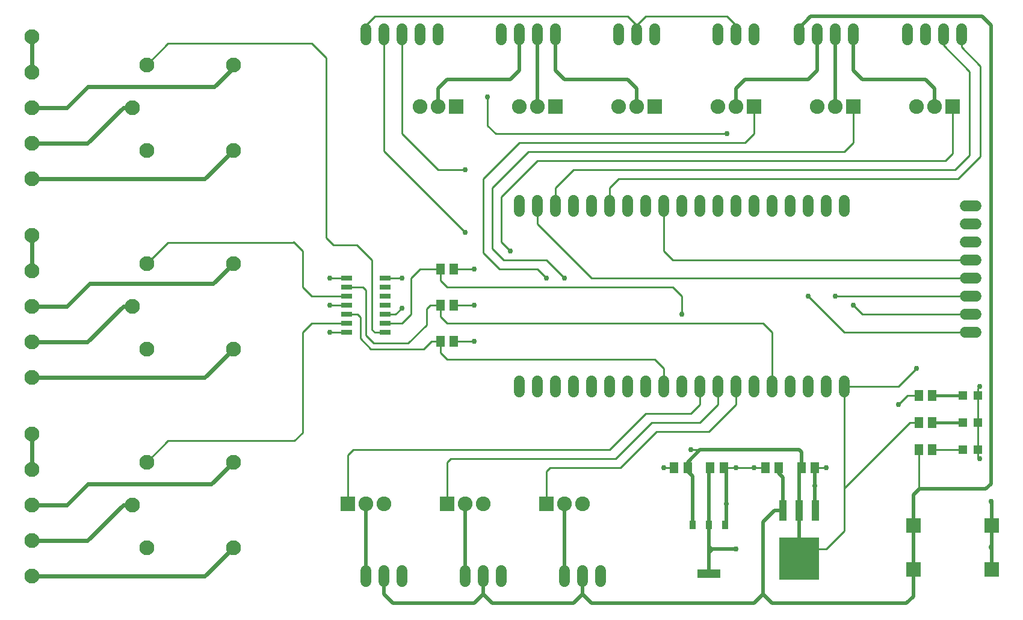
<source format=gbr>
G04 EAGLE Gerber RS-274X export*
G75*
%MOMM*%
%FSLAX34Y34*%
%LPD*%
%INTop Copper*%
%IPPOS*%
%AMOC8*
5,1,8,0,0,1.08239X$1,22.5*%
G01*
%ADD10R,1.300000X1.500000*%
%ADD11R,0.950000X1.250000*%
%ADD12R,3.200000X1.250000*%
%ADD13R,1.000000X2.850000*%
%ADD14R,5.550000X5.950000*%
%ADD15R,1.550000X0.700000*%
%ADD16C,2.100000*%
%ADD17R,2.000000X2.000000*%
%ADD18C,1.524000*%
%ADD19R,1.200000X1.200000*%
%ADD20R,2.070000X2.070000*%
%ADD21C,2.070000*%
%ADD22R,1.300000X1.600000*%
%ADD23C,0.508000*%
%ADD24C,0.254000*%
%ADD25C,0.756400*%
%ADD26C,0.609600*%
%ADD27C,0.406400*%


D10*
X1114400Y203200D03*
X1095400Y203200D03*
X1146200Y203200D03*
X1165200Y203200D03*
X986130Y203200D03*
X967130Y203200D03*
X1017930Y203200D03*
X1036930Y203200D03*
D11*
X1039000Y122900D03*
X1016000Y122900D03*
X993000Y122900D03*
D12*
X1016000Y54900D03*
D13*
X1165900Y143100D03*
X1143000Y143100D03*
X1120100Y143100D03*
D14*
X1143000Y75600D03*
D15*
X506150Y469900D03*
X506150Y457200D03*
X506150Y444500D03*
X506150Y431800D03*
X506150Y419100D03*
X506150Y406400D03*
X506150Y393700D03*
X560650Y393700D03*
X560650Y406400D03*
X560650Y419100D03*
X560650Y431800D03*
X560650Y444500D03*
X560650Y457200D03*
X560650Y469900D03*
D16*
X63500Y330200D03*
X63500Y380200D03*
X63500Y430200D03*
X63500Y480200D03*
X63500Y530200D03*
X63500Y50800D03*
X63500Y100800D03*
X63500Y150800D03*
X63500Y200800D03*
X63500Y250800D03*
X63500Y609600D03*
X63500Y659600D03*
X63500Y709600D03*
X63500Y759600D03*
X63500Y809600D03*
D17*
X1303900Y60690D03*
X1303900Y122190D03*
X1413900Y60690D03*
X1413900Y122190D03*
D18*
X723900Y805180D02*
X723900Y820420D01*
X749300Y820420D02*
X749300Y805180D01*
X774700Y805180D02*
X774700Y820420D01*
X800100Y820420D02*
X800100Y805180D01*
X1143000Y805180D02*
X1143000Y820420D01*
X1168400Y820420D02*
X1168400Y805180D01*
X1193800Y805180D02*
X1193800Y820420D01*
X1219200Y820420D02*
X1219200Y805180D01*
X533400Y58420D02*
X533400Y43180D01*
X558800Y43180D02*
X558800Y58420D01*
X584200Y58420D02*
X584200Y43180D01*
X673100Y43180D02*
X673100Y58420D01*
X698500Y58420D02*
X698500Y43180D01*
X723900Y43180D02*
X723900Y58420D01*
X812800Y58420D02*
X812800Y43180D01*
X838200Y43180D02*
X838200Y58420D01*
X863600Y58420D02*
X863600Y43180D01*
X749300Y309880D02*
X749300Y325120D01*
X774700Y325120D02*
X774700Y309880D01*
X800100Y309880D02*
X800100Y325120D01*
X825500Y325120D02*
X825500Y309880D01*
X850900Y309880D02*
X850900Y325120D01*
X876300Y325120D02*
X876300Y309880D01*
X901700Y309880D02*
X901700Y325120D01*
X927100Y325120D02*
X927100Y309880D01*
X952500Y309880D02*
X952500Y325120D01*
X977900Y325120D02*
X977900Y309880D01*
X1003300Y309880D02*
X1003300Y325120D01*
X1028700Y325120D02*
X1028700Y309880D01*
X1054100Y309880D02*
X1054100Y325120D01*
X1079500Y325120D02*
X1079500Y309880D01*
X1104900Y309880D02*
X1104900Y325120D01*
X1130300Y325120D02*
X1130300Y309880D01*
X1155700Y309880D02*
X1155700Y325120D01*
X1181100Y325120D02*
X1181100Y309880D01*
X1206500Y309880D02*
X1206500Y325120D01*
X749300Y563880D02*
X749300Y579120D01*
X774700Y579120D02*
X774700Y563880D01*
X800100Y563880D02*
X800100Y579120D01*
X825500Y579120D02*
X825500Y563880D01*
X850900Y563880D02*
X850900Y579120D01*
X876300Y579120D02*
X876300Y563880D01*
X901700Y563880D02*
X901700Y579120D01*
X927100Y579120D02*
X927100Y563880D01*
X952500Y563880D02*
X952500Y579120D01*
X977900Y579120D02*
X977900Y563880D01*
X1003300Y563880D02*
X1003300Y579120D01*
X1028700Y579120D02*
X1028700Y563880D01*
X1054100Y563880D02*
X1054100Y579120D01*
X1079500Y579120D02*
X1079500Y563880D01*
X1104900Y563880D02*
X1104900Y579120D01*
X1130300Y579120D02*
X1130300Y563880D01*
X1155700Y563880D02*
X1155700Y579120D01*
X1181100Y579120D02*
X1181100Y563880D01*
X1206500Y563880D02*
X1206500Y579120D01*
X1376680Y393700D02*
X1391920Y393700D01*
X1391920Y419100D02*
X1376680Y419100D01*
X1376680Y444500D02*
X1391920Y444500D01*
X1391920Y469900D02*
X1376680Y469900D01*
X1376680Y495300D02*
X1391920Y495300D01*
X1391920Y520700D02*
X1376680Y520700D01*
X1376680Y546100D02*
X1391920Y546100D01*
X1391920Y571500D02*
X1376680Y571500D01*
D16*
X347000Y490600D03*
X225000Y490600D03*
X205000Y430600D03*
X225000Y370600D03*
X347000Y370600D03*
X347000Y211200D03*
X225000Y211200D03*
X205000Y151200D03*
X225000Y91200D03*
X347000Y91200D03*
X347000Y770000D03*
X225000Y770000D03*
X205000Y710000D03*
X225000Y650000D03*
X347000Y650000D03*
D19*
X1394800Y304800D03*
X1373800Y304800D03*
X1394800Y266700D03*
X1373800Y266700D03*
D20*
X1079500Y711200D03*
D21*
X1054100Y711200D03*
X1028700Y711200D03*
D20*
X1219200Y711200D03*
D21*
X1193800Y711200D03*
X1168400Y711200D03*
D20*
X1358900Y711200D03*
D21*
X1333500Y711200D03*
X1308100Y711200D03*
D20*
X660400Y711200D03*
D21*
X635000Y711200D03*
X609600Y711200D03*
D20*
X800100Y711200D03*
D21*
X774700Y711200D03*
X749300Y711200D03*
D20*
X939800Y711200D03*
D21*
X914400Y711200D03*
X889000Y711200D03*
D20*
X508000Y152400D03*
D21*
X533400Y152400D03*
X558800Y152400D03*
D20*
X647700Y152400D03*
D21*
X673100Y152400D03*
X698500Y152400D03*
D20*
X787400Y152400D03*
D21*
X812800Y152400D03*
X838200Y152400D03*
D22*
X1311300Y304800D03*
X1330300Y304800D03*
X1311300Y266700D03*
X1330300Y266700D03*
X657200Y482600D03*
X638200Y482600D03*
X657200Y381000D03*
X638200Y381000D03*
X657200Y431800D03*
X638200Y431800D03*
D18*
X889000Y805180D02*
X889000Y820420D01*
X914400Y820420D02*
X914400Y805180D01*
X939800Y805180D02*
X939800Y820420D01*
X1028700Y820420D02*
X1028700Y805180D01*
X1054100Y805180D02*
X1054100Y820420D01*
X1079500Y820420D02*
X1079500Y805180D01*
X635000Y805180D02*
X635000Y820420D01*
X609600Y820420D02*
X609600Y805180D01*
X584200Y805180D02*
X584200Y820420D01*
X558800Y820420D02*
X558800Y805180D01*
X533400Y805180D02*
X533400Y820420D01*
X1295400Y820420D02*
X1295400Y805180D01*
X1320800Y805180D02*
X1320800Y820420D01*
X1346200Y820420D02*
X1346200Y805180D01*
X1371600Y805180D02*
X1371600Y820420D01*
D22*
X1311300Y228600D03*
X1330300Y228600D03*
D19*
X1394800Y228600D03*
X1373800Y228600D03*
D23*
X1146200Y203200D02*
X1143000Y200000D01*
X1143000Y143100D01*
X986130Y198350D02*
X986130Y203200D01*
X993000Y191480D02*
X993000Y122900D01*
X993000Y191480D02*
X986130Y198350D01*
X1143000Y143100D02*
X1143000Y88900D01*
X1143000Y75600D01*
X1146200Y203200D02*
X1146200Y225400D01*
X986130Y211430D02*
X986130Y203200D01*
X1143000Y228600D02*
X1146200Y225400D01*
X1143000Y228600D02*
X1003300Y228600D01*
X986130Y211430D01*
D24*
X584200Y469900D02*
X560650Y469900D01*
D25*
X584200Y469900D03*
X990600Y228600D03*
D24*
X1003300Y228600D01*
X1143000Y88900D02*
X1181100Y88900D01*
X1206500Y114300D01*
X1206500Y174600D02*
X1206500Y317500D01*
X1206500Y174600D02*
X1206500Y114300D01*
X1206500Y317500D02*
X1282700Y317500D01*
X1308100Y342900D01*
D25*
X1308100Y342900D03*
D24*
X1311300Y266700D02*
X1298600Y266700D01*
X1206500Y174600D01*
D23*
X1165200Y177800D02*
X1165200Y203200D01*
X1165200Y143800D02*
X1165900Y143100D01*
X1040740Y199390D02*
X1036930Y203200D01*
X1040740Y199390D02*
X1040740Y152400D01*
X1040740Y124640D01*
X1039000Y122900D01*
X1413900Y91050D02*
X1413900Y60690D01*
X1413900Y91050D02*
X1413510Y91440D01*
D25*
X1413510Y91440D03*
D23*
X1413900Y91050D02*
X1413900Y122190D01*
X1413900Y155820D01*
X1413510Y156210D01*
D25*
X1413510Y156210D03*
D24*
X685800Y381000D02*
X657200Y381000D01*
D25*
X685800Y381000D03*
D24*
X685800Y431800D02*
X657200Y431800D01*
D25*
X685800Y431800D03*
D24*
X685800Y482600D02*
X657200Y482600D01*
D25*
X685800Y482600D03*
D24*
X506150Y469900D02*
X482600Y469900D01*
D25*
X482600Y469900D03*
D24*
X482600Y393700D02*
X506150Y393700D01*
D25*
X482600Y393700D03*
D24*
X482600Y431800D02*
X506150Y431800D01*
D25*
X482600Y431800D03*
D24*
X560650Y419100D02*
X575310Y419100D01*
X584200Y427990D01*
D25*
X584200Y427990D03*
D24*
X952500Y203200D02*
X967130Y203200D01*
D25*
X952500Y203200D03*
D24*
X1054100Y203200D02*
X1079500Y203200D01*
X1095400Y203200D01*
D25*
X1079500Y203200D03*
D24*
X1165200Y203200D02*
X1181100Y203200D01*
D25*
X1181100Y203200D03*
X1040740Y152400D03*
X1165200Y177800D03*
D23*
X1165200Y143800D01*
D24*
X1394800Y218100D02*
X1394800Y228600D01*
X1394800Y218100D02*
X1397000Y215900D01*
D25*
X1397000Y215900D03*
D24*
X1394800Y228600D02*
X1394800Y266700D01*
X1394800Y304800D01*
X1394800Y315300D01*
X1397000Y317500D01*
D25*
X1397000Y317500D03*
D24*
X1054100Y203200D02*
X1036930Y203200D01*
D25*
X1054100Y203200D03*
D24*
X800100Y571500D02*
X800100Y596900D01*
X1362710Y622300D02*
X1383030Y642620D01*
X1383030Y760730D02*
X1346200Y797560D01*
X1346200Y812800D01*
X825500Y622300D02*
X800100Y596900D01*
X825500Y622300D02*
X1362710Y622300D01*
X1383030Y642620D02*
X1383030Y760730D01*
X889000Y609600D02*
X876300Y596900D01*
X889000Y609600D02*
X1366520Y609600D01*
X1398270Y768350D02*
X1371600Y795020D01*
X1371600Y812800D01*
X876300Y596900D02*
X876300Y571500D01*
X1366520Y609600D02*
X1398270Y641350D01*
X1398270Y768350D01*
X1358900Y711200D02*
X1358900Y645160D01*
X1348740Y635000D01*
X736600Y508000D02*
X723900Y520700D01*
D25*
X736600Y508000D03*
D24*
X774700Y635000D02*
X1348740Y635000D01*
X774700Y635000D02*
X723900Y584200D01*
X723900Y520700D01*
X1079500Y673100D02*
X1079500Y711200D01*
X1079500Y673100D02*
X1066800Y660400D01*
X749300Y660400D02*
X698500Y609600D01*
X698500Y505460D01*
X721360Y482600D01*
X774700Y482600D02*
X787400Y469900D01*
D25*
X787400Y469900D03*
D24*
X749300Y660400D02*
X1066800Y660400D01*
X774700Y482600D02*
X721360Y482600D01*
X1219200Y660400D02*
X1219200Y711200D01*
X1219200Y660400D02*
X1206500Y647700D01*
X762000Y647700D01*
X711200Y596900D01*
X711200Y511810D02*
X727710Y495300D01*
X787400Y495300D01*
X812800Y469900D01*
D25*
X812800Y469900D03*
D24*
X711200Y511810D02*
X711200Y596900D01*
D25*
X1041400Y673100D03*
D24*
X716280Y673100D02*
X704850Y684530D01*
X704850Y725170D01*
X716280Y673100D02*
X1041400Y673100D01*
D25*
X704850Y725170D03*
X673100Y534670D03*
D24*
X558800Y648970D02*
X558800Y812800D01*
X558800Y648970D02*
X673100Y534670D01*
X1054100Y317500D02*
X1054100Y292100D01*
X1016000Y254000D01*
X942340Y254000D02*
X891540Y203200D01*
X792480Y203200D01*
X787400Y198120D01*
X787400Y152400D01*
X942340Y254000D02*
X1016000Y254000D01*
X1028700Y292100D02*
X1028700Y317500D01*
X1028700Y292100D02*
X1003300Y266700D01*
X935990Y266700D02*
X885190Y215900D01*
X652780Y215900D02*
X647700Y210820D01*
X647700Y152400D01*
X935990Y266700D02*
X1003300Y266700D01*
X885190Y215900D02*
X652780Y215900D01*
X1003300Y292100D02*
X1003300Y317500D01*
X1003300Y292100D02*
X990600Y279400D01*
X927100Y279400D01*
X876300Y228600D01*
X515620Y228600D01*
X508000Y220980D01*
X508000Y152400D01*
X624230Y431800D02*
X638200Y431800D01*
X624230Y431800D02*
X619150Y426720D01*
X619150Y404520D01*
X593090Y378460D01*
X544830Y378460D01*
X533400Y389890D01*
X533400Y453390D01*
X529590Y457200D01*
X506150Y457200D01*
X638200Y431800D02*
X638200Y415900D01*
X647700Y406400D01*
X1092200Y406400D02*
X1104900Y393700D01*
X1104900Y317500D01*
X1092200Y406400D02*
X647700Y406400D01*
X638200Y381000D02*
X625500Y381000D01*
X615086Y370586D01*
X540607Y370586D01*
X525584Y414867D02*
X521351Y419100D01*
X506150Y419100D01*
X525584Y385609D02*
X540607Y370586D01*
X525584Y385609D02*
X525584Y414867D01*
X638200Y381000D02*
X638200Y365100D01*
X647700Y355600D01*
X939800Y355600D01*
X952500Y342900D01*
X952500Y317500D01*
X584200Y406400D02*
X560650Y406400D01*
X596900Y419100D02*
X596900Y469900D01*
X609600Y482600D01*
X638200Y482600D01*
X596900Y419100D02*
X584200Y406400D01*
X638200Y466700D02*
X638200Y482600D01*
X638200Y466700D02*
X647700Y457200D01*
X977900Y444500D02*
X977900Y419100D01*
X977900Y444500D02*
X965200Y457200D01*
D25*
X977900Y419100D03*
D24*
X965200Y457200D02*
X647700Y457200D01*
X1206500Y393700D02*
X1384300Y393700D01*
X1206500Y393700D02*
X1155700Y444500D01*
D25*
X1155700Y444500D03*
D24*
X1231900Y419100D02*
X1384300Y419100D01*
D25*
X1219200Y431800D03*
D24*
X1231900Y419100D01*
D25*
X1193800Y444500D03*
D24*
X1384300Y444500D01*
X774700Y546100D02*
X774700Y571500D01*
X774700Y546100D02*
X850900Y469900D01*
X1384300Y469900D01*
X1384300Y495300D02*
X965200Y495300D01*
X952500Y508000D01*
X952500Y571500D01*
X584200Y673100D02*
X584200Y812800D01*
X635000Y622300D02*
X673100Y622300D01*
X635000Y622300D02*
X584200Y673100D01*
D25*
X673100Y622300D03*
D26*
X141900Y659600D02*
X63500Y659600D01*
X192300Y710000D02*
X205000Y710000D01*
X192300Y710000D02*
X141900Y659600D01*
X63500Y759600D02*
X63500Y809600D01*
X63500Y709600D02*
X112700Y709600D01*
X142240Y739140D01*
X320040Y739140D01*
X347000Y766100D01*
X347000Y770000D01*
X306600Y609600D02*
X63500Y609600D01*
X306600Y609600D02*
X347000Y650000D01*
X63500Y250800D02*
X63500Y200800D01*
X63500Y50800D02*
X306600Y50800D01*
X347000Y91200D01*
X141900Y100800D02*
X63500Y100800D01*
X192300Y151200D02*
X205000Y151200D01*
X192300Y151200D02*
X141900Y100800D01*
X112700Y150800D02*
X63500Y150800D01*
X112700Y150800D02*
X142240Y180340D01*
X316140Y180340D02*
X347000Y211200D01*
X316140Y180340D02*
X142240Y180340D01*
X112700Y430200D02*
X63500Y430200D01*
X112700Y430200D02*
X144780Y462280D01*
X318680Y462280D02*
X347000Y490600D01*
X318680Y462280D02*
X144780Y462280D01*
X141900Y380200D02*
X63500Y380200D01*
X192300Y430600D02*
X205000Y430600D01*
X192300Y430600D02*
X141900Y380200D01*
X63500Y330200D02*
X306600Y330200D01*
X347000Y370600D01*
X63500Y480200D02*
X63500Y530200D01*
D24*
X225000Y490600D02*
X254550Y520150D01*
X457200Y444500D02*
X506150Y444500D01*
X457200Y444500D02*
X444500Y457200D01*
X444500Y508000D02*
X431800Y520700D01*
X431250Y520150D01*
X254550Y520150D01*
X444500Y508000D02*
X444500Y457200D01*
X255100Y241300D02*
X225000Y211200D01*
X255100Y241300D02*
X433070Y241300D01*
X444500Y252730D01*
X444500Y393700D01*
X457200Y406400D01*
X506150Y406400D01*
X225000Y770000D02*
X255100Y800100D01*
X457200Y800100D01*
X546100Y393700D02*
X560650Y393700D01*
X546100Y393700D02*
X542290Y397510D01*
X542290Y495300D01*
X520700Y516890D01*
X487680Y516890D01*
X477520Y527050D01*
X477520Y779780D02*
X457200Y800100D01*
X477520Y779780D02*
X477520Y527050D01*
D23*
X1016000Y201270D02*
X1016000Y162560D01*
X1016000Y122900D01*
X1016000Y92710D01*
X1016000Y83820D01*
X1016000Y54900D01*
D24*
X1295400Y304800D02*
X1311300Y304800D01*
D25*
X1282700Y292100D03*
D24*
X1017270Y163830D02*
X1016000Y162560D01*
X1054100Y812800D02*
X1054100Y825500D01*
X1041400Y838200D01*
X927100Y838200D01*
X914400Y825500D01*
X914400Y812800D01*
X914400Y825500D02*
X901700Y838200D01*
X546100Y838200D01*
X533400Y825500D01*
X533400Y812800D01*
X1282700Y292100D02*
X1295400Y304800D01*
D25*
X1054100Y88900D03*
D23*
X1021080Y88900D01*
X1016000Y83820D01*
X1019810Y88900D02*
X1021080Y88900D01*
X1019810Y88900D02*
X1016000Y92710D01*
X1114400Y195580D02*
X1120100Y189880D01*
X1114400Y195580D02*
X1114400Y203200D01*
X1120100Y189880D02*
X1120100Y143100D01*
X1303900Y60690D02*
X1303900Y22590D01*
X1294010Y12700D01*
X1120100Y143100D02*
X1108300Y143100D01*
X1104900Y12700D02*
X1294010Y12700D01*
X1104900Y12700D02*
X1092200Y25400D01*
X1092200Y127000D01*
X1108300Y143100D01*
X1092200Y25400D02*
X1079500Y12700D01*
X850900Y12700D02*
X838200Y25400D01*
X838200Y50800D01*
X850900Y12700D02*
X1079500Y12700D01*
X1303900Y60690D02*
X1303900Y122190D01*
X1303900Y165100D01*
X1143000Y821690D02*
X1159510Y838200D01*
X1312350Y173550D02*
X1303900Y165100D01*
D25*
X1143000Y821690D03*
D24*
X1311300Y228600D02*
X1311300Y174600D01*
X1312350Y173550D01*
D23*
X558800Y50800D02*
X558800Y25400D01*
X571500Y12700D01*
X685800Y12700D01*
X698500Y25400D01*
X698500Y50800D01*
X698500Y25400D02*
X711200Y12700D01*
X825500Y12700D01*
X838200Y25400D01*
X1412900Y825500D02*
X1400200Y838200D01*
X1159510Y838200D01*
X1312350Y173550D02*
X1405450Y173550D01*
X1412900Y181000D01*
X1412900Y825500D01*
X1054100Y736600D02*
X1054100Y711200D01*
X1054100Y736600D02*
X1066800Y749300D01*
X1155700Y749300D01*
X1168400Y762000D01*
X1168400Y812800D01*
X1193800Y812800D02*
X1193800Y711200D01*
X1320800Y749300D02*
X1333500Y736600D01*
X1320800Y749300D02*
X1231900Y749300D01*
X1219200Y762000D01*
X1219200Y812800D01*
X1333500Y736600D02*
X1333500Y711200D01*
X533400Y152400D02*
X533400Y50800D01*
X673100Y50800D02*
X673100Y152400D01*
X812800Y152400D02*
X812800Y50800D01*
D27*
X1330300Y266700D02*
X1373800Y266700D01*
X1373800Y304800D02*
X1330300Y304800D01*
D24*
X1330300Y228600D02*
X1373800Y228600D01*
D23*
X635000Y711200D02*
X635000Y736600D01*
X647700Y749300D01*
X736600Y749300D01*
X749300Y762000D01*
X749300Y812800D01*
X774700Y812800D02*
X774700Y711200D01*
X812800Y749300D02*
X800100Y762000D01*
X812800Y749300D02*
X901700Y749300D01*
X914400Y736600D01*
X914400Y711200D01*
X800100Y762000D02*
X800100Y812800D01*
M02*

</source>
